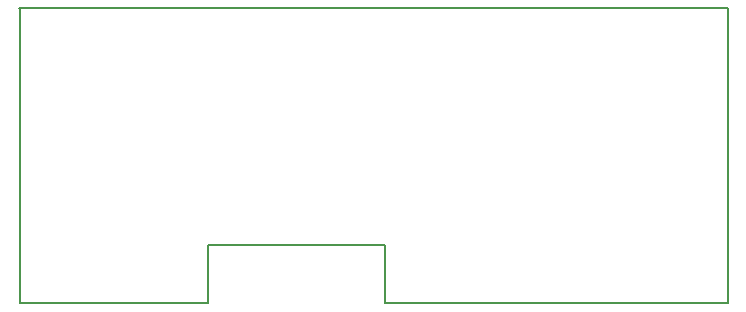
<source format=gm1>
G04 MADE WITH FRITZING*
G04 WWW.FRITZING.ORG*
G04 DOUBLE SIDED*
G04 HOLES PLATED*
G04 CONTOUR ON CENTER OF CONTOUR VECTOR*
%ASAXBY*%
%FSLAX23Y23*%
%MOIN*%
%OFA0B0*%
%SFA1.0B1.0*%
%ADD10C,0.023815*%
%ADD10C,0.008*%
%LNCONTOUR*%
G90*
G70*
G54D10*
G54D10*
X0Y984D02*
X0Y0D01*
X629Y0D01*
X629Y196D01*
X1219Y196D01*
X1219Y0D01*
X2360Y0D01*
X2360Y984D01*
X-2Y984D01*
D02*
G04 End of contour*
M02*
</source>
